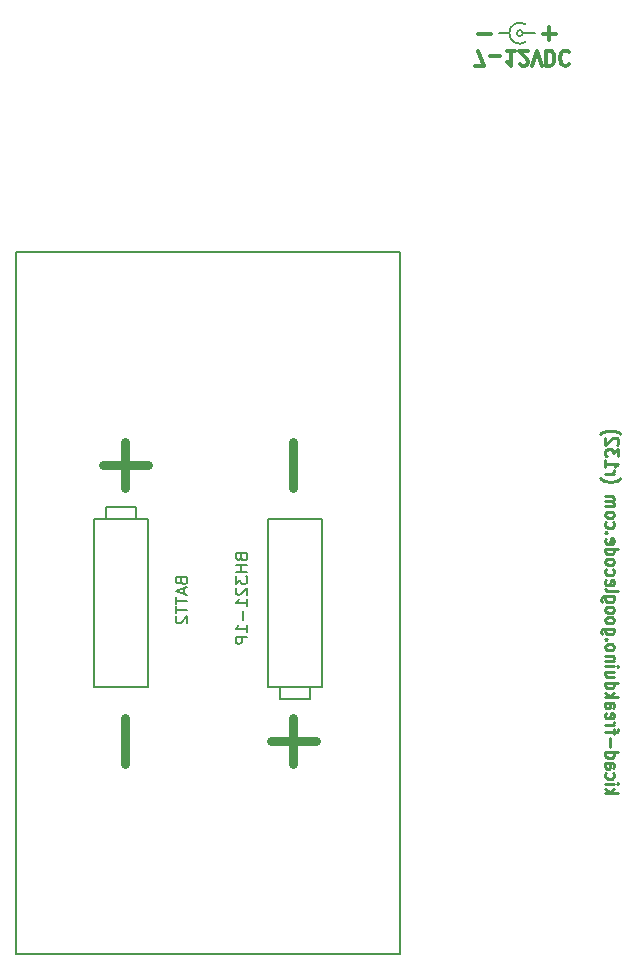
<source format=gbo>
G04 (created by PCBNEW (2013-07-07 BZR 4022)-stable) date Tue 13 Aug 2013 01:24:10 PM NZST*
%MOIN*%
G04 Gerber Fmt 3.4, Leading zero omitted, Abs format*
%FSLAX34Y34*%
G01*
G70*
G90*
G04 APERTURE LIST*
%ADD10C,0.00590551*%
%ADD11C,0.011811*%
%ADD12C,0.00984252*%
%ADD13C,0.03*%
G04 APERTURE END LIST*
G54D10*
G54D11*
X39988Y-20643D02*
X39538Y-20643D01*
X42154Y-20643D02*
X41704Y-20643D01*
X41929Y-20868D02*
X41929Y-20419D01*
X39448Y-21721D02*
X39763Y-21721D01*
X39561Y-21210D01*
X39943Y-21405D02*
X40303Y-21405D01*
X40776Y-21210D02*
X40506Y-21210D01*
X40641Y-21210D02*
X40641Y-21721D01*
X40596Y-21648D01*
X40551Y-21600D01*
X40506Y-21575D01*
X40956Y-21673D02*
X40978Y-21697D01*
X41023Y-21721D01*
X41136Y-21721D01*
X41181Y-21697D01*
X41203Y-21673D01*
X41226Y-21624D01*
X41226Y-21575D01*
X41203Y-21502D01*
X40933Y-21210D01*
X41226Y-21210D01*
X41361Y-21721D02*
X41518Y-21210D01*
X41676Y-21721D01*
X41833Y-21210D02*
X41833Y-21721D01*
X41946Y-21721D01*
X42013Y-21697D01*
X42058Y-21648D01*
X42080Y-21600D01*
X42103Y-21502D01*
X42103Y-21429D01*
X42080Y-21332D01*
X42058Y-21283D01*
X42013Y-21234D01*
X41946Y-21210D01*
X41833Y-21210D01*
X42575Y-21258D02*
X42553Y-21234D01*
X42485Y-21210D01*
X42440Y-21210D01*
X42373Y-21234D01*
X42328Y-21283D01*
X42305Y-21332D01*
X42283Y-21429D01*
X42283Y-21502D01*
X42305Y-21600D01*
X42328Y-21648D01*
X42373Y-21697D01*
X42440Y-21721D01*
X42485Y-21721D01*
X42553Y-21697D01*
X42575Y-21673D01*
G54D12*
X43801Y-45967D02*
X44234Y-45967D01*
X43966Y-45929D02*
X43801Y-45817D01*
X44089Y-45817D02*
X43924Y-45967D01*
X43801Y-45648D02*
X44089Y-45648D01*
X44234Y-45648D02*
X44213Y-45667D01*
X44192Y-45648D01*
X44213Y-45629D01*
X44234Y-45648D01*
X44192Y-45648D01*
X43821Y-45292D02*
X43801Y-45329D01*
X43801Y-45404D01*
X43821Y-45442D01*
X43842Y-45461D01*
X43883Y-45479D01*
X44007Y-45479D01*
X44048Y-45461D01*
X44069Y-45442D01*
X44089Y-45404D01*
X44089Y-45329D01*
X44069Y-45292D01*
X43801Y-44955D02*
X44027Y-44955D01*
X44069Y-44973D01*
X44089Y-45011D01*
X44089Y-45086D01*
X44069Y-45123D01*
X43821Y-44955D02*
X43801Y-44992D01*
X43801Y-45086D01*
X43821Y-45123D01*
X43862Y-45142D01*
X43904Y-45142D01*
X43945Y-45123D01*
X43966Y-45086D01*
X43966Y-44992D01*
X43986Y-44955D01*
X43801Y-44598D02*
X44234Y-44598D01*
X43821Y-44598D02*
X43801Y-44636D01*
X43801Y-44711D01*
X43821Y-44748D01*
X43842Y-44767D01*
X43883Y-44786D01*
X44007Y-44786D01*
X44048Y-44767D01*
X44069Y-44748D01*
X44089Y-44711D01*
X44089Y-44636D01*
X44069Y-44598D01*
X43966Y-44411D02*
X43966Y-44111D01*
X44089Y-43980D02*
X44089Y-43830D01*
X43801Y-43923D02*
X44172Y-43923D01*
X44213Y-43905D01*
X44234Y-43867D01*
X44234Y-43830D01*
X43801Y-43698D02*
X44089Y-43698D01*
X44007Y-43698D02*
X44048Y-43680D01*
X44069Y-43661D01*
X44089Y-43623D01*
X44089Y-43586D01*
X43821Y-43305D02*
X43801Y-43342D01*
X43801Y-43417D01*
X43821Y-43455D01*
X43862Y-43473D01*
X44027Y-43473D01*
X44069Y-43455D01*
X44089Y-43417D01*
X44089Y-43342D01*
X44069Y-43305D01*
X44027Y-43286D01*
X43986Y-43286D01*
X43945Y-43473D01*
X43801Y-42949D02*
X44027Y-42949D01*
X44069Y-42967D01*
X44089Y-43005D01*
X44089Y-43080D01*
X44069Y-43117D01*
X43821Y-42949D02*
X43801Y-42986D01*
X43801Y-43080D01*
X43821Y-43117D01*
X43862Y-43136D01*
X43904Y-43136D01*
X43945Y-43117D01*
X43966Y-43080D01*
X43966Y-42986D01*
X43986Y-42949D01*
X43801Y-42761D02*
X44234Y-42761D01*
X43966Y-42724D02*
X43801Y-42611D01*
X44089Y-42611D02*
X43924Y-42761D01*
X43801Y-42274D02*
X44234Y-42274D01*
X43821Y-42274D02*
X43801Y-42311D01*
X43801Y-42386D01*
X43821Y-42424D01*
X43842Y-42442D01*
X43883Y-42461D01*
X44007Y-42461D01*
X44048Y-42442D01*
X44069Y-42424D01*
X44089Y-42386D01*
X44089Y-42311D01*
X44069Y-42274D01*
X44089Y-41917D02*
X43801Y-41917D01*
X44089Y-42086D02*
X43862Y-42086D01*
X43821Y-42067D01*
X43801Y-42030D01*
X43801Y-41974D01*
X43821Y-41936D01*
X43842Y-41917D01*
X43801Y-41730D02*
X44089Y-41730D01*
X44234Y-41730D02*
X44213Y-41749D01*
X44192Y-41730D01*
X44213Y-41711D01*
X44234Y-41730D01*
X44192Y-41730D01*
X44089Y-41542D02*
X43801Y-41542D01*
X44048Y-41542D02*
X44069Y-41524D01*
X44089Y-41486D01*
X44089Y-41430D01*
X44069Y-41392D01*
X44027Y-41374D01*
X43801Y-41374D01*
X43801Y-41130D02*
X43821Y-41167D01*
X43842Y-41186D01*
X43883Y-41205D01*
X44007Y-41205D01*
X44048Y-41186D01*
X44069Y-41167D01*
X44089Y-41130D01*
X44089Y-41074D01*
X44069Y-41036D01*
X44048Y-41017D01*
X44007Y-40999D01*
X43883Y-40999D01*
X43842Y-41017D01*
X43821Y-41036D01*
X43801Y-41074D01*
X43801Y-41130D01*
X43842Y-40830D02*
X43821Y-40811D01*
X43801Y-40830D01*
X43821Y-40849D01*
X43842Y-40830D01*
X43801Y-40830D01*
X44089Y-40474D02*
X43739Y-40474D01*
X43697Y-40493D01*
X43677Y-40511D01*
X43656Y-40549D01*
X43656Y-40605D01*
X43677Y-40643D01*
X43821Y-40474D02*
X43801Y-40511D01*
X43801Y-40586D01*
X43821Y-40624D01*
X43842Y-40643D01*
X43883Y-40661D01*
X44007Y-40661D01*
X44048Y-40643D01*
X44069Y-40624D01*
X44089Y-40586D01*
X44089Y-40511D01*
X44069Y-40474D01*
X43801Y-40230D02*
X43821Y-40268D01*
X43842Y-40286D01*
X43883Y-40305D01*
X44007Y-40305D01*
X44048Y-40286D01*
X44069Y-40268D01*
X44089Y-40230D01*
X44089Y-40174D01*
X44069Y-40136D01*
X44048Y-40118D01*
X44007Y-40099D01*
X43883Y-40099D01*
X43842Y-40118D01*
X43821Y-40136D01*
X43801Y-40174D01*
X43801Y-40230D01*
X43801Y-39874D02*
X43821Y-39911D01*
X43842Y-39930D01*
X43883Y-39949D01*
X44007Y-39949D01*
X44048Y-39930D01*
X44069Y-39911D01*
X44089Y-39874D01*
X44089Y-39818D01*
X44069Y-39780D01*
X44048Y-39761D01*
X44007Y-39743D01*
X43883Y-39743D01*
X43842Y-39761D01*
X43821Y-39780D01*
X43801Y-39818D01*
X43801Y-39874D01*
X44089Y-39405D02*
X43739Y-39405D01*
X43697Y-39424D01*
X43677Y-39443D01*
X43656Y-39480D01*
X43656Y-39536D01*
X43677Y-39574D01*
X43821Y-39405D02*
X43801Y-39443D01*
X43801Y-39518D01*
X43821Y-39555D01*
X43842Y-39574D01*
X43883Y-39593D01*
X44007Y-39593D01*
X44048Y-39574D01*
X44069Y-39555D01*
X44089Y-39518D01*
X44089Y-39443D01*
X44069Y-39405D01*
X43801Y-39161D02*
X43821Y-39199D01*
X43862Y-39218D01*
X44234Y-39218D01*
X43821Y-38862D02*
X43801Y-38899D01*
X43801Y-38974D01*
X43821Y-39011D01*
X43862Y-39030D01*
X44027Y-39030D01*
X44069Y-39011D01*
X44089Y-38974D01*
X44089Y-38899D01*
X44069Y-38862D01*
X44027Y-38843D01*
X43986Y-38843D01*
X43945Y-39030D01*
X43821Y-38505D02*
X43801Y-38543D01*
X43801Y-38618D01*
X43821Y-38655D01*
X43842Y-38674D01*
X43883Y-38693D01*
X44007Y-38693D01*
X44048Y-38674D01*
X44069Y-38655D01*
X44089Y-38618D01*
X44089Y-38543D01*
X44069Y-38505D01*
X43801Y-38280D02*
X43821Y-38318D01*
X43842Y-38337D01*
X43883Y-38355D01*
X44007Y-38355D01*
X44048Y-38337D01*
X44069Y-38318D01*
X44089Y-38280D01*
X44089Y-38224D01*
X44069Y-38187D01*
X44048Y-38168D01*
X44007Y-38149D01*
X43883Y-38149D01*
X43842Y-38168D01*
X43821Y-38187D01*
X43801Y-38224D01*
X43801Y-38280D01*
X43801Y-37812D02*
X44234Y-37812D01*
X43821Y-37812D02*
X43801Y-37849D01*
X43801Y-37924D01*
X43821Y-37962D01*
X43842Y-37980D01*
X43883Y-37999D01*
X44007Y-37999D01*
X44048Y-37980D01*
X44069Y-37962D01*
X44089Y-37924D01*
X44089Y-37849D01*
X44069Y-37812D01*
X43821Y-37474D02*
X43801Y-37512D01*
X43801Y-37587D01*
X43821Y-37624D01*
X43862Y-37643D01*
X44027Y-37643D01*
X44069Y-37624D01*
X44089Y-37587D01*
X44089Y-37512D01*
X44069Y-37474D01*
X44027Y-37455D01*
X43986Y-37455D01*
X43945Y-37643D01*
X43842Y-37287D02*
X43821Y-37268D01*
X43801Y-37287D01*
X43821Y-37305D01*
X43842Y-37287D01*
X43801Y-37287D01*
X43821Y-36931D02*
X43801Y-36968D01*
X43801Y-37043D01*
X43821Y-37080D01*
X43842Y-37099D01*
X43883Y-37118D01*
X44007Y-37118D01*
X44048Y-37099D01*
X44069Y-37080D01*
X44089Y-37043D01*
X44089Y-36968D01*
X44069Y-36931D01*
X43801Y-36706D02*
X43821Y-36743D01*
X43842Y-36762D01*
X43883Y-36781D01*
X44007Y-36781D01*
X44048Y-36762D01*
X44069Y-36743D01*
X44089Y-36706D01*
X44089Y-36649D01*
X44069Y-36612D01*
X44048Y-36593D01*
X44007Y-36574D01*
X43883Y-36574D01*
X43842Y-36593D01*
X43821Y-36612D01*
X43801Y-36649D01*
X43801Y-36706D01*
X43801Y-36406D02*
X44089Y-36406D01*
X44048Y-36406D02*
X44069Y-36387D01*
X44089Y-36349D01*
X44089Y-36293D01*
X44069Y-36256D01*
X44027Y-36237D01*
X43801Y-36237D01*
X44027Y-36237D02*
X44069Y-36218D01*
X44089Y-36181D01*
X44089Y-36124D01*
X44069Y-36087D01*
X44027Y-36068D01*
X43801Y-36068D01*
X43636Y-35468D02*
X43656Y-35487D01*
X43718Y-35524D01*
X43759Y-35543D01*
X43821Y-35562D01*
X43924Y-35581D01*
X44007Y-35581D01*
X44110Y-35562D01*
X44172Y-35543D01*
X44213Y-35524D01*
X44275Y-35487D01*
X44296Y-35468D01*
X43801Y-35318D02*
X44089Y-35318D01*
X44007Y-35318D02*
X44048Y-35299D01*
X44069Y-35281D01*
X44089Y-35243D01*
X44089Y-35206D01*
X43801Y-34868D02*
X43801Y-35093D01*
X43801Y-34981D02*
X44234Y-34981D01*
X44172Y-35018D01*
X44131Y-35056D01*
X44110Y-35093D01*
X44234Y-34737D02*
X44234Y-34493D01*
X44069Y-34625D01*
X44069Y-34568D01*
X44048Y-34531D01*
X44027Y-34512D01*
X43986Y-34493D01*
X43883Y-34493D01*
X43842Y-34512D01*
X43821Y-34531D01*
X43801Y-34568D01*
X43801Y-34681D01*
X43821Y-34718D01*
X43842Y-34737D01*
X44192Y-34343D02*
X44213Y-34325D01*
X44234Y-34287D01*
X44234Y-34193D01*
X44213Y-34156D01*
X44192Y-34137D01*
X44151Y-34118D01*
X44110Y-34118D01*
X44048Y-34137D01*
X43801Y-34362D01*
X43801Y-34118D01*
X43636Y-33987D02*
X43656Y-33968D01*
X43718Y-33931D01*
X43759Y-33912D01*
X43821Y-33893D01*
X43924Y-33875D01*
X44007Y-33875D01*
X44110Y-33893D01*
X44172Y-33912D01*
X44213Y-33931D01*
X44275Y-33968D01*
X44296Y-33987D01*
G54D10*
X28155Y-36818D02*
X28155Y-36418D01*
X28155Y-36418D02*
X27155Y-36418D01*
X27155Y-36418D02*
X27155Y-36818D01*
X28555Y-42418D02*
X28555Y-36818D01*
X28555Y-36818D02*
X26755Y-36818D01*
X26755Y-36818D02*
X26755Y-42418D01*
X26755Y-42418D02*
X28555Y-42418D01*
X33955Y-42418D02*
X33955Y-42818D01*
X33955Y-42818D02*
X32955Y-42818D01*
X32955Y-42818D02*
X32955Y-42418D01*
X34355Y-36818D02*
X34355Y-42418D01*
X34355Y-42418D02*
X32555Y-42418D01*
X32555Y-42418D02*
X32555Y-36818D01*
X32555Y-36818D02*
X34355Y-36818D01*
X36955Y-27918D02*
X24155Y-27918D01*
X24155Y-27918D02*
X24155Y-51318D01*
X24155Y-51318D02*
X36955Y-51318D01*
X36955Y-51318D02*
X36955Y-27918D01*
X40590Y-20629D02*
X40255Y-20629D01*
X41043Y-20629D02*
X41437Y-20629D01*
X41043Y-20629D02*
G75*
G03X41043Y-20629I-98J0D01*
G74*
G01*
X41134Y-20929D02*
G75*
G02X41141Y-20334I-189J299D01*
G74*
G01*
X29658Y-38890D02*
X29676Y-38946D01*
X29695Y-38965D01*
X29733Y-38983D01*
X29789Y-38983D01*
X29826Y-38965D01*
X29845Y-38946D01*
X29864Y-38908D01*
X29864Y-38758D01*
X29470Y-38758D01*
X29470Y-38890D01*
X29489Y-38927D01*
X29508Y-38946D01*
X29545Y-38965D01*
X29583Y-38965D01*
X29620Y-38946D01*
X29639Y-38927D01*
X29658Y-38890D01*
X29658Y-38758D01*
X29751Y-39133D02*
X29751Y-39321D01*
X29864Y-39096D02*
X29470Y-39227D01*
X29864Y-39358D01*
X29470Y-39433D02*
X29470Y-39658D01*
X29864Y-39546D02*
X29470Y-39546D01*
X29470Y-39733D02*
X29470Y-39958D01*
X29864Y-39846D02*
X29470Y-39846D01*
X29508Y-40071D02*
X29489Y-40089D01*
X29470Y-40127D01*
X29470Y-40221D01*
X29489Y-40258D01*
X29508Y-40277D01*
X29545Y-40296D01*
X29583Y-40296D01*
X29639Y-40277D01*
X29864Y-40052D01*
X29864Y-40296D01*
X31658Y-38099D02*
X31676Y-38155D01*
X31695Y-38174D01*
X31733Y-38193D01*
X31789Y-38193D01*
X31826Y-38174D01*
X31845Y-38155D01*
X31864Y-38118D01*
X31864Y-37968D01*
X31470Y-37968D01*
X31470Y-38099D01*
X31489Y-38137D01*
X31508Y-38155D01*
X31545Y-38174D01*
X31583Y-38174D01*
X31620Y-38155D01*
X31639Y-38137D01*
X31658Y-38099D01*
X31658Y-37968D01*
X31864Y-38361D02*
X31470Y-38361D01*
X31658Y-38361D02*
X31658Y-38586D01*
X31864Y-38586D02*
X31470Y-38586D01*
X31470Y-38736D02*
X31470Y-38980D01*
X31620Y-38849D01*
X31620Y-38905D01*
X31639Y-38943D01*
X31658Y-38961D01*
X31695Y-38980D01*
X31789Y-38980D01*
X31826Y-38961D01*
X31845Y-38943D01*
X31864Y-38905D01*
X31864Y-38793D01*
X31845Y-38755D01*
X31826Y-38736D01*
X31508Y-39130D02*
X31489Y-39149D01*
X31470Y-39186D01*
X31470Y-39280D01*
X31489Y-39318D01*
X31508Y-39336D01*
X31545Y-39355D01*
X31583Y-39355D01*
X31639Y-39336D01*
X31864Y-39111D01*
X31864Y-39355D01*
X31864Y-39730D02*
X31864Y-39505D01*
X31864Y-39618D02*
X31470Y-39618D01*
X31527Y-39580D01*
X31564Y-39543D01*
X31583Y-39505D01*
X31714Y-39899D02*
X31714Y-40199D01*
X31864Y-40592D02*
X31864Y-40367D01*
X31864Y-40480D02*
X31470Y-40480D01*
X31527Y-40442D01*
X31564Y-40405D01*
X31583Y-40367D01*
X31864Y-40761D02*
X31470Y-40761D01*
X31470Y-40911D01*
X31489Y-40949D01*
X31508Y-40967D01*
X31545Y-40986D01*
X31602Y-40986D01*
X31639Y-40967D01*
X31658Y-40949D01*
X31676Y-40911D01*
X31676Y-40761D01*
G54D13*
X33402Y-34256D02*
X33402Y-35780D01*
X27802Y-43456D02*
X27802Y-44980D01*
X27802Y-34256D02*
X27802Y-35780D01*
X28564Y-35018D02*
X27040Y-35018D01*
X33402Y-43456D02*
X33402Y-44980D01*
X34164Y-44218D02*
X32640Y-44218D01*
M02*

</source>
